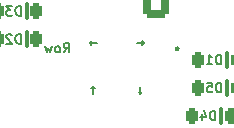
<source format=gbo>
G04 #@! TF.GenerationSoftware,KiCad,Pcbnew,7.0.9*
G04 #@! TF.CreationDate,2024-05-03T00:29:51-04:00*
G04 #@! TF.ProjectId,Nav Switch Mount,4e617620-5377-4697-9463-68204d6f756e,rev?*
G04 #@! TF.SameCoordinates,Original*
G04 #@! TF.FileFunction,Legend,Bot*
G04 #@! TF.FilePolarity,Positive*
%FSLAX46Y46*%
G04 Gerber Fmt 4.6, Leading zero omitted, Abs format (unit mm)*
G04 Created by KiCad (PCBNEW 7.0.9) date 2024-05-03 00:29:51*
%MOMM*%
%LPD*%
G01*
G04 APERTURE LIST*
G04 Aperture macros list*
%AMRoundRect*
0 Rectangle with rounded corners*
0 $1 Rounding radius*
0 $2 $3 $4 $5 $6 $7 $8 $9 X,Y pos of 4 corners*
0 Add a 4 corners polygon primitive as box body*
4,1,4,$2,$3,$4,$5,$6,$7,$8,$9,$2,$3,0*
0 Add four circle primitives for the rounded corners*
1,1,$1+$1,$2,$3*
1,1,$1+$1,$4,$5*
1,1,$1+$1,$6,$7*
1,1,$1+$1,$8,$9*
0 Add four rect primitives between the rounded corners*
20,1,$1+$1,$2,$3,$4,$5,0*
20,1,$1+$1,$4,$5,$6,$7,0*
20,1,$1+$1,$6,$7,$8,$9,0*
20,1,$1+$1,$8,$9,$2,$3,0*%
%AMFreePoly0*
4,1,12,-0.775000,0.775000,0.000000,0.775000,0.156719,0.758989,0.327529,0.702389,0.480683,0.607922,0.607922,0.480683,0.702389,0.327529,0.758989,0.156719,0.775000,0.000000,0.775000,-0.775000,-0.775000,-0.775000,-0.775000,0.775000,-0.775000,0.775000,$1*%
%AMFreePoly1*
4,1,12,-0.775000,0.775000,0.775000,0.775000,0.775000,-0.775000,0.000000,-0.775000,-0.156719,-0.758989,-0.327529,-0.702389,-0.480683,-0.607922,-0.607922,-0.480683,-0.702389,-0.327529,-0.758989,-0.156719,-0.775000,0.000000,-0.775000,0.775000,-0.775000,0.775000,$1*%
%AMFreePoly2*
4,1,12,-0.775000,0.000000,-0.758989,0.156719,-0.702389,0.327529,-0.607922,0.480683,-0.480683,0.607922,-0.327529,0.702389,-0.156719,0.758989,0.000000,0.775000,0.775000,0.775000,0.775000,-0.775000,-0.775000,-0.775000,-0.775000,0.000000,-0.775000,0.000000,$1*%
%AMFreePoly3*
4,1,12,-0.775000,0.775000,0.775000,0.775000,0.775000,0.000000,0.758989,-0.156719,0.702389,-0.327529,0.607922,-0.480683,0.480683,-0.607922,0.327529,-0.702389,0.156719,-0.758989,0.000000,-0.775000,-0.775000,-0.775000,-0.775000,0.775000,-0.775000,0.775000,$1*%
G04 Aperture macros list end*
%ADD10C,0.200000*%
%ADD11C,0.150000*%
%ADD12C,0.300000*%
%ADD13C,0.100000*%
%ADD14C,1.550000*%
%ADD15C,2.100000*%
%ADD16FreePoly0,0.000000*%
%ADD17FreePoly1,0.000000*%
%ADD18FreePoly2,0.000000*%
%ADD19FreePoly3,0.000000*%
%ADD20RoundRect,0.329273X-0.772727X0.772727X-0.772727X-0.772727X0.772727X-0.772727X0.772727X0.772727X0*%
%ADD21C,2.004000*%
%ADD22C,2.204000*%
%ADD23RoundRect,0.237500X0.237500X0.412500X-0.237500X0.412500X-0.237500X-0.412500X0.237500X-0.412500X0*%
G04 APERTURE END LIST*
D10*
X157304762Y-50054933D02*
X156695238Y-50054933D01*
X156847619Y-50207314D02*
X156695238Y-50054933D01*
X156695238Y-50054933D02*
X156847619Y-49902552D01*
D11*
X154503332Y-50862295D02*
X154769999Y-50481342D01*
X154960475Y-50862295D02*
X154960475Y-50062295D01*
X154960475Y-50062295D02*
X154655713Y-50062295D01*
X154655713Y-50062295D02*
X154579523Y-50100390D01*
X154579523Y-50100390D02*
X154541428Y-50138485D01*
X154541428Y-50138485D02*
X154503332Y-50214676D01*
X154503332Y-50214676D02*
X154503332Y-50328961D01*
X154503332Y-50328961D02*
X154541428Y-50405152D01*
X154541428Y-50405152D02*
X154579523Y-50443247D01*
X154579523Y-50443247D02*
X154655713Y-50481342D01*
X154655713Y-50481342D02*
X154960475Y-50481342D01*
X154046190Y-50862295D02*
X154122380Y-50824200D01*
X154122380Y-50824200D02*
X154160475Y-50786104D01*
X154160475Y-50786104D02*
X154198571Y-50709914D01*
X154198571Y-50709914D02*
X154198571Y-50481342D01*
X154198571Y-50481342D02*
X154160475Y-50405152D01*
X154160475Y-50405152D02*
X154122380Y-50367057D01*
X154122380Y-50367057D02*
X154046190Y-50328961D01*
X154046190Y-50328961D02*
X153931904Y-50328961D01*
X153931904Y-50328961D02*
X153855713Y-50367057D01*
X153855713Y-50367057D02*
X153817618Y-50405152D01*
X153817618Y-50405152D02*
X153779523Y-50481342D01*
X153779523Y-50481342D02*
X153779523Y-50709914D01*
X153779523Y-50709914D02*
X153817618Y-50786104D01*
X153817618Y-50786104D02*
X153855713Y-50824200D01*
X153855713Y-50824200D02*
X153931904Y-50862295D01*
X153931904Y-50862295D02*
X154046190Y-50862295D01*
X153512856Y-50328961D02*
X153360475Y-50862295D01*
X153360475Y-50862295D02*
X153208094Y-50481342D01*
X153208094Y-50481342D02*
X153055713Y-50862295D01*
X153055713Y-50862295D02*
X152903332Y-50328961D01*
D10*
X156999999Y-54359695D02*
X156999999Y-53750171D01*
X157152380Y-53902552D02*
X156999999Y-53750171D01*
X156999999Y-53750171D02*
X156847618Y-53902552D01*
X161000000Y-53750171D02*
X161000000Y-54359695D01*
X161152381Y-54207314D02*
X161000000Y-54359695D01*
X161000000Y-54359695D02*
X160847619Y-54207314D01*
X164053809Y-50478742D02*
X164053809Y-50631123D01*
X164091904Y-50631123D02*
X164091904Y-50478742D01*
X164130000Y-50440647D02*
X164130000Y-50669219D01*
X164168095Y-50631123D02*
X164168095Y-50478742D01*
X164206190Y-50478742D02*
X164206190Y-50631123D01*
X164053809Y-50593028D02*
X164130000Y-50669219D01*
X164130000Y-50669219D02*
X164206190Y-50593028D01*
X164053809Y-50516838D02*
X164130000Y-50440647D01*
X164130000Y-50440647D02*
X164206190Y-50516838D01*
X164053809Y-50478742D02*
X164130000Y-50440647D01*
X164130000Y-50440647D02*
X164206190Y-50478742D01*
X164206190Y-50478742D02*
X164244285Y-50554933D01*
X164244285Y-50554933D02*
X164206190Y-50631123D01*
X164206190Y-50631123D02*
X164130000Y-50669219D01*
X164130000Y-50669219D02*
X164053809Y-50631123D01*
X164053809Y-50631123D02*
X164015714Y-50554933D01*
X164015714Y-50554933D02*
X164053809Y-50478742D01*
X160695238Y-50054933D02*
X161304762Y-50054933D01*
X161152381Y-50207314D02*
X161304762Y-50054933D01*
X161304762Y-50054933D02*
X161152381Y-49902552D01*
D11*
X150877976Y-47737295D02*
X150877976Y-46937295D01*
X150877976Y-46937295D02*
X150687500Y-46937295D01*
X150687500Y-46937295D02*
X150573214Y-46975390D01*
X150573214Y-46975390D02*
X150497024Y-47051580D01*
X150497024Y-47051580D02*
X150458929Y-47127771D01*
X150458929Y-47127771D02*
X150420833Y-47280152D01*
X150420833Y-47280152D02*
X150420833Y-47394438D01*
X150420833Y-47394438D02*
X150458929Y-47546819D01*
X150458929Y-47546819D02*
X150497024Y-47623009D01*
X150497024Y-47623009D02*
X150573214Y-47699200D01*
X150573214Y-47699200D02*
X150687500Y-47737295D01*
X150687500Y-47737295D02*
X150877976Y-47737295D01*
X150154167Y-46937295D02*
X149658929Y-46937295D01*
X149658929Y-46937295D02*
X149925595Y-47242057D01*
X149925595Y-47242057D02*
X149811310Y-47242057D01*
X149811310Y-47242057D02*
X149735119Y-47280152D01*
X149735119Y-47280152D02*
X149697024Y-47318247D01*
X149697024Y-47318247D02*
X149658929Y-47394438D01*
X149658929Y-47394438D02*
X149658929Y-47584914D01*
X149658929Y-47584914D02*
X149697024Y-47661104D01*
X149697024Y-47661104D02*
X149735119Y-47699200D01*
X149735119Y-47699200D02*
X149811310Y-47737295D01*
X149811310Y-47737295D02*
X150039881Y-47737295D01*
X150039881Y-47737295D02*
X150116072Y-47699200D01*
X150116072Y-47699200D02*
X150154167Y-47661104D01*
X150877976Y-50112295D02*
X150877976Y-49312295D01*
X150877976Y-49312295D02*
X150687500Y-49312295D01*
X150687500Y-49312295D02*
X150573214Y-49350390D01*
X150573214Y-49350390D02*
X150497024Y-49426580D01*
X150497024Y-49426580D02*
X150458929Y-49502771D01*
X150458929Y-49502771D02*
X150420833Y-49655152D01*
X150420833Y-49655152D02*
X150420833Y-49769438D01*
X150420833Y-49769438D02*
X150458929Y-49921819D01*
X150458929Y-49921819D02*
X150497024Y-49998009D01*
X150497024Y-49998009D02*
X150573214Y-50074200D01*
X150573214Y-50074200D02*
X150687500Y-50112295D01*
X150687500Y-50112295D02*
X150877976Y-50112295D01*
X150116072Y-49388485D02*
X150077976Y-49350390D01*
X150077976Y-49350390D02*
X150001786Y-49312295D01*
X150001786Y-49312295D02*
X149811310Y-49312295D01*
X149811310Y-49312295D02*
X149735119Y-49350390D01*
X149735119Y-49350390D02*
X149697024Y-49388485D01*
X149697024Y-49388485D02*
X149658929Y-49464676D01*
X149658929Y-49464676D02*
X149658929Y-49540866D01*
X149658929Y-49540866D02*
X149697024Y-49655152D01*
X149697024Y-49655152D02*
X150154167Y-50112295D01*
X150154167Y-50112295D02*
X149658929Y-50112295D01*
X167327976Y-56612295D02*
X167327976Y-55812295D01*
X167327976Y-55812295D02*
X167137500Y-55812295D01*
X167137500Y-55812295D02*
X167023214Y-55850390D01*
X167023214Y-55850390D02*
X166947024Y-55926580D01*
X166947024Y-55926580D02*
X166908929Y-56002771D01*
X166908929Y-56002771D02*
X166870833Y-56155152D01*
X166870833Y-56155152D02*
X166870833Y-56269438D01*
X166870833Y-56269438D02*
X166908929Y-56421819D01*
X166908929Y-56421819D02*
X166947024Y-56498009D01*
X166947024Y-56498009D02*
X167023214Y-56574200D01*
X167023214Y-56574200D02*
X167137500Y-56612295D01*
X167137500Y-56612295D02*
X167327976Y-56612295D01*
X166185119Y-56078961D02*
X166185119Y-56612295D01*
X166375595Y-55774200D02*
X166566072Y-56345628D01*
X166566072Y-56345628D02*
X166070833Y-56345628D01*
X167827976Y-54237295D02*
X167827976Y-53437295D01*
X167827976Y-53437295D02*
X167637500Y-53437295D01*
X167637500Y-53437295D02*
X167523214Y-53475390D01*
X167523214Y-53475390D02*
X167447024Y-53551580D01*
X167447024Y-53551580D02*
X167408929Y-53627771D01*
X167408929Y-53627771D02*
X167370833Y-53780152D01*
X167370833Y-53780152D02*
X167370833Y-53894438D01*
X167370833Y-53894438D02*
X167408929Y-54046819D01*
X167408929Y-54046819D02*
X167447024Y-54123009D01*
X167447024Y-54123009D02*
X167523214Y-54199200D01*
X167523214Y-54199200D02*
X167637500Y-54237295D01*
X167637500Y-54237295D02*
X167827976Y-54237295D01*
X166647024Y-53437295D02*
X167027976Y-53437295D01*
X167027976Y-53437295D02*
X167066072Y-53818247D01*
X167066072Y-53818247D02*
X167027976Y-53780152D01*
X167027976Y-53780152D02*
X166951786Y-53742057D01*
X166951786Y-53742057D02*
X166761310Y-53742057D01*
X166761310Y-53742057D02*
X166685119Y-53780152D01*
X166685119Y-53780152D02*
X166647024Y-53818247D01*
X166647024Y-53818247D02*
X166608929Y-53894438D01*
X166608929Y-53894438D02*
X166608929Y-54084914D01*
X166608929Y-54084914D02*
X166647024Y-54161104D01*
X166647024Y-54161104D02*
X166685119Y-54199200D01*
X166685119Y-54199200D02*
X166761310Y-54237295D01*
X166761310Y-54237295D02*
X166951786Y-54237295D01*
X166951786Y-54237295D02*
X167027976Y-54199200D01*
X167027976Y-54199200D02*
X167066072Y-54161104D01*
X167827976Y-51862295D02*
X167827976Y-51062295D01*
X167827976Y-51062295D02*
X167637500Y-51062295D01*
X167637500Y-51062295D02*
X167523214Y-51100390D01*
X167523214Y-51100390D02*
X167447024Y-51176580D01*
X167447024Y-51176580D02*
X167408929Y-51252771D01*
X167408929Y-51252771D02*
X167370833Y-51405152D01*
X167370833Y-51405152D02*
X167370833Y-51519438D01*
X167370833Y-51519438D02*
X167408929Y-51671819D01*
X167408929Y-51671819D02*
X167447024Y-51748009D01*
X167447024Y-51748009D02*
X167523214Y-51824200D01*
X167523214Y-51824200D02*
X167637500Y-51862295D01*
X167637500Y-51862295D02*
X167827976Y-51862295D01*
X166608929Y-51862295D02*
X167066072Y-51862295D01*
X166837500Y-51862295D02*
X166837500Y-51062295D01*
X166837500Y-51062295D02*
X166913691Y-51176580D01*
X166913691Y-51176580D02*
X166989881Y-51252771D01*
X166989881Y-51252771D02*
X167066072Y-51290866D01*
D12*
X151375000Y-46775000D02*
X151375000Y-47975000D01*
X151375000Y-49150000D02*
X151375000Y-50350000D01*
X167825000Y-55650000D02*
X167825000Y-56850000D01*
X168325000Y-53275000D02*
X168325000Y-54475000D01*
X168325000Y-50900000D02*
X168325000Y-52100000D01*
%LPC*%
D13*
X152515788Y-53489371D02*
X152515788Y-52889371D01*
X152515788Y-53117942D02*
X152458646Y-53089371D01*
X152458646Y-53089371D02*
X152344360Y-53089371D01*
X152344360Y-53089371D02*
X152287217Y-53117942D01*
X152287217Y-53117942D02*
X152258646Y-53146514D01*
X152258646Y-53146514D02*
X152230074Y-53203657D01*
X152230074Y-53203657D02*
X152230074Y-53375085D01*
X152230074Y-53375085D02*
X152258646Y-53432228D01*
X152258646Y-53432228D02*
X152287217Y-53460800D01*
X152287217Y-53460800D02*
X152344360Y-53489371D01*
X152344360Y-53489371D02*
X152458646Y-53489371D01*
X152458646Y-53489371D02*
X152515788Y-53460800D01*
X151715789Y-53089371D02*
X151715789Y-53575085D01*
X151715789Y-53575085D02*
X151744360Y-53632228D01*
X151744360Y-53632228D02*
X151772931Y-53660800D01*
X151772931Y-53660800D02*
X151830074Y-53689371D01*
X151830074Y-53689371D02*
X151915789Y-53689371D01*
X151915789Y-53689371D02*
X151972931Y-53660800D01*
X151715789Y-53460800D02*
X151772931Y-53489371D01*
X151772931Y-53489371D02*
X151887217Y-53489371D01*
X151887217Y-53489371D02*
X151944360Y-53460800D01*
X151944360Y-53460800D02*
X151972931Y-53432228D01*
X151972931Y-53432228D02*
X152001503Y-53375085D01*
X152001503Y-53375085D02*
X152001503Y-53203657D01*
X152001503Y-53203657D02*
X151972931Y-53146514D01*
X151972931Y-53146514D02*
X151944360Y-53117942D01*
X151944360Y-53117942D02*
X151887217Y-53089371D01*
X151887217Y-53089371D02*
X151772931Y-53089371D01*
X151772931Y-53089371D02*
X151715789Y-53117942D01*
X151430074Y-53489371D02*
X151430074Y-52889371D01*
X151372932Y-53260800D02*
X151201503Y-53489371D01*
X151201503Y-53089371D02*
X151430074Y-53317942D01*
X150715789Y-53460800D02*
X150772932Y-53489371D01*
X150772932Y-53489371D02*
X150887218Y-53489371D01*
X150887218Y-53489371D02*
X150944360Y-53460800D01*
X150944360Y-53460800D02*
X150972932Y-53403657D01*
X150972932Y-53403657D02*
X150972932Y-53175085D01*
X150972932Y-53175085D02*
X150944360Y-53117942D01*
X150944360Y-53117942D02*
X150887218Y-53089371D01*
X150887218Y-53089371D02*
X150772932Y-53089371D01*
X150772932Y-53089371D02*
X150715789Y-53117942D01*
X150715789Y-53117942D02*
X150687218Y-53175085D01*
X150687218Y-53175085D02*
X150687218Y-53232228D01*
X150687218Y-53232228D02*
X150972932Y-53289371D01*
X150430074Y-53089371D02*
X150430074Y-53489371D01*
X150430074Y-53146514D02*
X150401503Y-53117942D01*
X150401503Y-53117942D02*
X150344360Y-53089371D01*
X150344360Y-53089371D02*
X150258646Y-53089371D01*
X150258646Y-53089371D02*
X150201503Y-53117942D01*
X150201503Y-53117942D02*
X150172932Y-53175085D01*
X150172932Y-53175085D02*
X150172932Y-53489371D01*
X149630075Y-53489371D02*
X149630075Y-52889371D01*
X149630075Y-53460800D02*
X149687217Y-53489371D01*
X149687217Y-53489371D02*
X149801503Y-53489371D01*
X149801503Y-53489371D02*
X149858646Y-53460800D01*
X149858646Y-53460800D02*
X149887217Y-53432228D01*
X149887217Y-53432228D02*
X149915789Y-53375085D01*
X149915789Y-53375085D02*
X149915789Y-53203657D01*
X149915789Y-53203657D02*
X149887217Y-53146514D01*
X149887217Y-53146514D02*
X149858646Y-53117942D01*
X149858646Y-53117942D02*
X149801503Y-53089371D01*
X149801503Y-53089371D02*
X149687217Y-53089371D01*
X149687217Y-53089371D02*
X149630075Y-53117942D01*
X149087218Y-53489371D02*
X149087218Y-53175085D01*
X149087218Y-53175085D02*
X149115789Y-53117942D01*
X149115789Y-53117942D02*
X149172932Y-53089371D01*
X149172932Y-53089371D02*
X149287218Y-53089371D01*
X149287218Y-53089371D02*
X149344360Y-53117942D01*
X149087218Y-53460800D02*
X149144360Y-53489371D01*
X149144360Y-53489371D02*
X149287218Y-53489371D01*
X149287218Y-53489371D02*
X149344360Y-53460800D01*
X149344360Y-53460800D02*
X149372932Y-53403657D01*
X149372932Y-53403657D02*
X149372932Y-53346514D01*
X149372932Y-53346514D02*
X149344360Y-53289371D01*
X149344360Y-53289371D02*
X149287218Y-53260800D01*
X149287218Y-53260800D02*
X149144360Y-53260800D01*
X149144360Y-53260800D02*
X149087218Y-53232228D01*
X148715789Y-53489371D02*
X148772932Y-53460800D01*
X148772932Y-53460800D02*
X148801503Y-53403657D01*
X148801503Y-53403657D02*
X148801503Y-52889371D01*
X148401503Y-53489371D02*
X148458646Y-53460800D01*
X148458646Y-53460800D02*
X148487217Y-53403657D01*
X148487217Y-53403657D02*
X148487217Y-52889371D01*
X150115789Y-54055371D02*
X149972932Y-54455371D01*
X149972932Y-54455371D02*
X149830075Y-54055371D01*
X149630075Y-53912514D02*
X149601503Y-53883942D01*
X149601503Y-53883942D02*
X149544361Y-53855371D01*
X149544361Y-53855371D02*
X149401503Y-53855371D01*
X149401503Y-53855371D02*
X149344361Y-53883942D01*
X149344361Y-53883942D02*
X149315789Y-53912514D01*
X149315789Y-53912514D02*
X149287218Y-53969657D01*
X149287218Y-53969657D02*
X149287218Y-54026800D01*
X149287218Y-54026800D02*
X149315789Y-54112514D01*
X149315789Y-54112514D02*
X149658646Y-54455371D01*
X149658646Y-54455371D02*
X149287218Y-54455371D01*
X149030074Y-54398228D02*
X149001503Y-54426800D01*
X149001503Y-54426800D02*
X149030074Y-54455371D01*
X149030074Y-54455371D02*
X149058646Y-54426800D01*
X149058646Y-54426800D02*
X149030074Y-54398228D01*
X149030074Y-54398228D02*
X149030074Y-54455371D01*
X148630075Y-53855371D02*
X148572932Y-53855371D01*
X148572932Y-53855371D02*
X148515789Y-53883942D01*
X148515789Y-53883942D02*
X148487218Y-53912514D01*
X148487218Y-53912514D02*
X148458646Y-53969657D01*
X148458646Y-53969657D02*
X148430075Y-54083942D01*
X148430075Y-54083942D02*
X148430075Y-54226800D01*
X148430075Y-54226800D02*
X148458646Y-54341085D01*
X148458646Y-54341085D02*
X148487218Y-54398228D01*
X148487218Y-54398228D02*
X148515789Y-54426800D01*
X148515789Y-54426800D02*
X148572932Y-54455371D01*
X148572932Y-54455371D02*
X148630075Y-54455371D01*
X148630075Y-54455371D02*
X148687218Y-54426800D01*
X148687218Y-54426800D02*
X148715789Y-54398228D01*
X148715789Y-54398228D02*
X148744360Y-54341085D01*
X148744360Y-54341085D02*
X148772932Y-54226800D01*
X148772932Y-54226800D02*
X148772932Y-54083942D01*
X148772932Y-54083942D02*
X148744360Y-53969657D01*
X148744360Y-53969657D02*
X148715789Y-53912514D01*
X148715789Y-53912514D02*
X148687218Y-53883942D01*
X148687218Y-53883942D02*
X148630075Y-53855371D01*
D14*
X153970000Y-52000000D03*
D15*
X150000000Y-56200000D03*
D16*
X159950000Y-51100000D03*
D17*
X158150000Y-52900000D03*
D18*
X158150000Y-51100000D03*
D19*
X159950000Y-52900000D03*
D15*
X168100000Y-47800000D03*
D14*
X164130000Y-52000000D03*
D20*
X162325000Y-46850000D03*
D21*
X158625000Y-46850000D03*
D22*
X155825000Y-46850000D03*
X155825000Y-57150000D03*
D21*
X158625000Y-57150000D03*
D22*
X162325000Y-57150000D03*
D23*
X152200000Y-47375000D03*
X148900000Y-47375000D03*
X152200000Y-49750000D03*
X148900000Y-49750000D03*
X168650000Y-56250000D03*
X165350000Y-56250000D03*
X169150000Y-53875000D03*
X165850000Y-53875000D03*
X169150000Y-51500000D03*
X165850000Y-51500000D03*
%LPD*%
M02*

</source>
